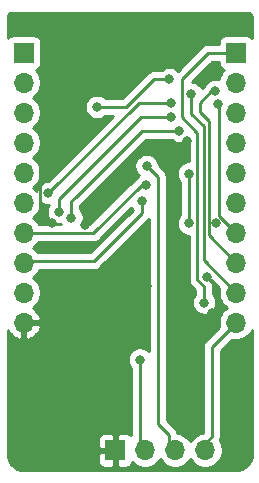
<source format=gbr>
%TF.GenerationSoftware,KiCad,Pcbnew,(5.1.10)-1*%
%TF.CreationDate,2021-10-19T17:14:30+03:00*%
%TF.ProjectId,msp,6d73702e-6b69-4636-9164-5f7063625858,rev?*%
%TF.SameCoordinates,Original*%
%TF.FileFunction,Copper,L2,Bot*%
%TF.FilePolarity,Positive*%
%FSLAX46Y46*%
G04 Gerber Fmt 4.6, Leading zero omitted, Abs format (unit mm)*
G04 Created by KiCad (PCBNEW (5.1.10)-1) date 2021-10-19 17:14:30*
%MOMM*%
%LPD*%
G01*
G04 APERTURE LIST*
%TA.AperFunction,ComponentPad*%
%ADD10R,1.700000X1.700000*%
%TD*%
%TA.AperFunction,ComponentPad*%
%ADD11O,1.700000X1.700000*%
%TD*%
%TA.AperFunction,ViaPad*%
%ADD12C,0.800000*%
%TD*%
%TA.AperFunction,Conductor*%
%ADD13C,0.250000*%
%TD*%
%TA.AperFunction,Conductor*%
%ADD14C,0.254000*%
%TD*%
%TA.AperFunction,Conductor*%
%ADD15C,0.100000*%
%TD*%
G04 APERTURE END LIST*
D10*
%TO.P,J1,1*%
%TO.N,GND*%
X94759780Y-115671600D03*
D11*
%TO.P,J1,2*%
%TO.N,+3V3*%
X97299780Y-115671600D03*
%TO.P,J1,3*%
%TO.N,/TEST*%
X99839780Y-115671600D03*
%TO.P,J1,4*%
%TO.N,/RST*%
X102379780Y-115671600D03*
%TD*%
D10*
%TO.P,J2,1*%
%TO.N,+5V*%
X105000000Y-82000000D03*
D11*
%TO.P,J2,2*%
%TO.N,/X2*%
X105000000Y-84540000D03*
%TO.P,J2,3*%
%TO.N,/X1*%
X105000000Y-87080000D03*
%TO.P,J2,4*%
%TO.N,Net-(J2-Pad4)*%
X105000000Y-89620000D03*
%TO.P,J2,5*%
%TO.N,Net-(J2-Pad5)*%
X105000000Y-92160000D03*
%TO.P,J2,6*%
%TO.N,Net-(J2-Pad6)*%
X105000000Y-94700000D03*
%TO.P,J2,7*%
%TO.N,Net-(J2-Pad7)*%
X105000000Y-97240000D03*
%TO.P,J2,8*%
%TO.N,Net-(J2-Pad8)*%
X105000000Y-99780000D03*
%TO.P,J2,9*%
%TO.N,Net-(J2-Pad9)*%
X105000000Y-102320000D03*
%TO.P,J2,10*%
%TO.N,/RST*%
X105000000Y-104860000D03*
%TD*%
%TO.P,J3,10*%
%TO.N,GND*%
X87000000Y-104860000D03*
%TO.P,J3,9*%
%TO.N,+3V3*%
X87000000Y-102320000D03*
%TO.P,J3,8*%
%TO.N,Net-(J3-Pad8)*%
X87000000Y-99780000D03*
%TO.P,J3,7*%
%TO.N,Net-(J3-Pad7)*%
X87000000Y-97240000D03*
%TO.P,J3,6*%
%TO.N,Net-(J3-Pad6)*%
X87000000Y-94700000D03*
%TO.P,J3,5*%
%TO.N,Net-(J3-Pad5)*%
X87000000Y-92160000D03*
%TO.P,J3,4*%
%TO.N,Net-(J3-Pad4)*%
X87000000Y-89620000D03*
%TO.P,J3,3*%
%TO.N,Net-(J3-Pad3)*%
X87000000Y-87080000D03*
%TO.P,J3,2*%
%TO.N,Net-(J3-Pad2)*%
X87000000Y-84540000D03*
D10*
%TO.P,J3,1*%
%TO.N,Net-(J3-Pad1)*%
X87000000Y-82000000D03*
%TD*%
D12*
%TO.N,GND*%
X96253300Y-84081620D03*
X103337360Y-96464120D03*
X89387680Y-96413320D03*
X92212160Y-96558100D03*
X89631520Y-98524060D03*
X96555560Y-98590100D03*
X90957400Y-103365300D03*
X97419160Y-101785420D03*
X100888800Y-112712500D03*
X92768420Y-112834420D03*
X95681800Y-110708440D03*
X95763080Y-105247440D03*
X102989380Y-104048560D03*
X89601040Y-80000000D03*
X102500000Y-80000000D03*
X100873560Y-89501980D03*
X102979220Y-83197700D03*
X93124020Y-88432640D03*
X96685100Y-90667840D03*
X93070680Y-84170520D03*
X88816180Y-85951060D03*
X89367360Y-90490040D03*
X102555040Y-100987860D03*
X105587800Y-108310680D03*
X95288100Y-102237540D03*
X89176860Y-111638080D03*
%TO.N,+3V3*%
X96845920Y-108000000D03*
%TO.N,+5V*%
X102298500Y-103172260D03*
%TO.N,/TEST*%
X97424240Y-91584780D03*
%TO.N,/RST*%
X101005640Y-92247720D03*
X101005640Y-96459040D03*
%TO.N,/X2*%
X99354640Y-84244180D03*
X93233240Y-86586060D03*
%TO.N,Net-(J2-Pad7)*%
X103431340Y-86321900D03*
X91056460Y-95986600D03*
X100205540Y-88618060D03*
%TO.N,Net-(J2-Pad8)*%
X103250000Y-85250000D03*
X89999820Y-95481140D03*
X99451160Y-87431880D03*
%TO.N,Net-(J2-Pad9)*%
X101203760Y-85509100D03*
X89098120Y-93898720D03*
X99461320Y-86245700D03*
%TO.N,Net-(J3-Pad8)*%
X96994980Y-94599760D03*
%TO.N,Net-(J3-Pad7)*%
X97401380Y-93207840D03*
%TD*%
D13*
%TO.N,GND*%
X88455500Y-95481140D02*
X89387680Y-96413320D01*
X88373119Y-95398759D02*
X88455500Y-95481140D01*
X88373119Y-91484281D02*
X88373119Y-95398759D01*
X89367360Y-90490040D02*
X88373119Y-91484281D01*
X103389379Y-103648561D02*
X102989380Y-104048560D01*
X103389379Y-101822199D02*
X103389379Y-103648561D01*
X102555040Y-100987860D02*
X103389379Y-101822199D01*
%TO.N,+3V3*%
X96845920Y-112728540D02*
X96845920Y-112230700D01*
X96845920Y-112230700D02*
X96845920Y-108000000D01*
X96845920Y-115217740D02*
X97299780Y-115671600D01*
X96845920Y-112728540D02*
X96845920Y-115217740D01*
%TO.N,+5V*%
X102223570Y-82475070D02*
X102223570Y-82434430D01*
X102223570Y-82434430D02*
X102658000Y-82000000D01*
X100434140Y-87480140D02*
X100434140Y-84264500D01*
X102658000Y-82000000D02*
X105000000Y-82000000D01*
X101730641Y-88776641D02*
X100434140Y-87480140D01*
X100434140Y-84264500D02*
X102223570Y-82475070D01*
X102298500Y-103172260D02*
X102298500Y-101767640D01*
X101730641Y-101236463D02*
X101730641Y-101217899D01*
X102261818Y-101767640D02*
X101730641Y-101236463D01*
X102298500Y-101767640D02*
X102261818Y-101767640D01*
X101730641Y-101217899D02*
X101730641Y-88776641D01*
%TO.N,/TEST*%
X98348800Y-92509340D02*
X97424240Y-91584780D01*
X98348800Y-112824260D02*
X98348800Y-113412410D01*
X98348800Y-112824260D02*
X98348800Y-92509340D01*
X99285355Y-115117175D02*
X99839780Y-115671600D01*
X99285355Y-114348965D02*
X99285355Y-115117175D01*
X98348800Y-113412410D02*
X99285355Y-114348965D01*
%TO.N,/RST*%
X101005640Y-92247720D02*
X101005640Y-96459040D01*
X101005640Y-96459040D02*
X101005640Y-96459040D01*
X102924670Y-106935330D02*
X105000000Y-104860000D01*
X102379780Y-115054500D02*
X102924670Y-114509610D01*
X102379780Y-115671600D02*
X102379780Y-115054500D01*
X102924670Y-106935330D02*
X102924670Y-114509610D01*
%TO.N,/X2*%
X93233240Y-86586060D02*
X93233240Y-86586060D01*
X95689420Y-86586060D02*
X98031300Y-84244180D01*
X93233240Y-86586060D02*
X95689420Y-86586060D01*
X99354640Y-84244180D02*
X98031300Y-84244180D01*
%TO.N,Net-(J2-Pad7)*%
X105000000Y-97240000D02*
X103586280Y-95826280D01*
X103586280Y-95826280D02*
X103586280Y-88541860D01*
X103586280Y-88541860D02*
X103586280Y-87711280D01*
X103586280Y-87711280D02*
X103586280Y-87322660D01*
X100205540Y-88618060D02*
X97038160Y-88618060D01*
X91056460Y-94599760D02*
X91470480Y-94185740D01*
X91056460Y-95986600D02*
X91056460Y-94599760D01*
X97038160Y-88618060D02*
X91470480Y-94185740D01*
X103586280Y-86476840D02*
X103431340Y-86321900D01*
X103586280Y-87322660D02*
X103586280Y-86476840D01*
%TO.N,Net-(J2-Pad8)*%
X101917500Y-87007700D02*
X101917500Y-86293960D01*
X102694311Y-87784511D02*
X101917500Y-87007700D01*
X102694311Y-97474311D02*
X102694311Y-87784511D01*
X105000000Y-99780000D02*
X102694311Y-97474311D01*
X99451160Y-87431880D02*
X96984820Y-87431880D01*
X89999820Y-94416880D02*
X90411300Y-94005400D01*
X89999820Y-95481140D02*
X89999820Y-94416880D01*
X96984820Y-87431880D02*
X90411300Y-94005400D01*
X103250000Y-85250000D02*
X102900500Y-85250000D01*
X101917500Y-86233000D02*
X101917500Y-86293960D01*
X102900500Y-85250000D02*
X101917500Y-86233000D01*
%TO.N,Net-(J2-Pad9)*%
X102244301Y-88223501D02*
X101201220Y-87180420D01*
X102244301Y-99564301D02*
X102244301Y-88223501D01*
X105000000Y-102320000D02*
X102244301Y-99564301D01*
X96751140Y-86245700D02*
X89098120Y-93898720D01*
X99461320Y-86245700D02*
X96751140Y-86245700D01*
X101201220Y-87180420D02*
X101201220Y-85592920D01*
%TO.N,Net-(J3-Pad8)*%
X96994980Y-94599760D02*
X96994980Y-95603060D01*
X92928440Y-99669600D02*
X87000000Y-99669600D01*
X96994980Y-95603060D02*
X92928440Y-99669600D01*
%TO.N,Net-(J3-Pad7)*%
X97401380Y-93207840D02*
X96992440Y-93207840D01*
X96992440Y-93207840D02*
X92897960Y-97302320D01*
X87172720Y-97302320D02*
X87000000Y-97129600D01*
X92897960Y-97302320D02*
X87172720Y-97302320D01*
%TD*%
D14*
%TO.N,GND*%
X97588800Y-107279169D02*
X97505694Y-107196063D01*
X97336176Y-107082795D01*
X97147818Y-107004774D01*
X96947859Y-106965000D01*
X96743981Y-106965000D01*
X96544022Y-107004774D01*
X96355664Y-107082795D01*
X96186146Y-107196063D01*
X96041983Y-107340226D01*
X95928715Y-107509744D01*
X95850694Y-107698102D01*
X95810920Y-107898061D01*
X95810920Y-108101939D01*
X95850694Y-108301898D01*
X95928715Y-108490256D01*
X96041983Y-108659774D01*
X96085921Y-108703712D01*
X96085920Y-112193367D01*
X96085920Y-112691208D01*
X96085921Y-114400824D01*
X96060965Y-114370415D01*
X95964274Y-114291063D01*
X95853960Y-114232098D01*
X95734262Y-114195788D01*
X95609780Y-114183528D01*
X95045530Y-114186600D01*
X94886780Y-114345350D01*
X94886780Y-115544600D01*
X94906780Y-115544600D01*
X94906780Y-115798600D01*
X94886780Y-115798600D01*
X94886780Y-116997850D01*
X95045530Y-117156600D01*
X95609780Y-117159672D01*
X95734262Y-117147412D01*
X95853960Y-117111102D01*
X95964274Y-117052137D01*
X96060965Y-116972785D01*
X96140317Y-116876094D01*
X96199282Y-116765780D01*
X96221293Y-116693220D01*
X96353148Y-116825075D01*
X96596369Y-116987590D01*
X96866622Y-117099532D01*
X97153520Y-117156600D01*
X97446040Y-117156600D01*
X97732938Y-117099532D01*
X98003191Y-116987590D01*
X98246412Y-116825075D01*
X98453255Y-116618232D01*
X98569780Y-116443840D01*
X98686305Y-116618232D01*
X98893148Y-116825075D01*
X99136369Y-116987590D01*
X99406622Y-117099532D01*
X99693520Y-117156600D01*
X99986040Y-117156600D01*
X100272938Y-117099532D01*
X100543191Y-116987590D01*
X100786412Y-116825075D01*
X100993255Y-116618232D01*
X101109780Y-116443840D01*
X101226305Y-116618232D01*
X101433148Y-116825075D01*
X101676369Y-116987590D01*
X101946622Y-117099532D01*
X102233520Y-117156600D01*
X102526040Y-117156600D01*
X102812938Y-117099532D01*
X103083191Y-116987590D01*
X103326412Y-116825075D01*
X103533255Y-116618232D01*
X103695770Y-116375011D01*
X103807712Y-116104758D01*
X103864780Y-115817860D01*
X103864780Y-115525340D01*
X103807712Y-115238442D01*
X103695770Y-114968189D01*
X103609956Y-114839760D01*
X103630216Y-114801857D01*
X103673673Y-114658596D01*
X103684670Y-114546943D01*
X103684670Y-114546933D01*
X103688346Y-114509610D01*
X103684670Y-114472287D01*
X103684670Y-107250131D01*
X104633592Y-106301210D01*
X104853740Y-106345000D01*
X105146260Y-106345000D01*
X105433158Y-106287932D01*
X105703411Y-106175990D01*
X105946632Y-106013475D01*
X106153475Y-105806632D01*
X106315990Y-105563411D01*
X106340000Y-105505445D01*
X106340000Y-115967721D01*
X106311375Y-116259660D01*
X106235965Y-116509429D01*
X106113477Y-116739794D01*
X105948579Y-116941979D01*
X105747546Y-117108288D01*
X105518046Y-117232378D01*
X105268805Y-117309531D01*
X104978911Y-117340000D01*
X87032279Y-117340000D01*
X86740340Y-117311375D01*
X86490571Y-117235965D01*
X86260206Y-117113477D01*
X86058021Y-116948579D01*
X85891712Y-116747546D01*
X85769544Y-116521600D01*
X93271708Y-116521600D01*
X93283968Y-116646082D01*
X93320278Y-116765780D01*
X93379243Y-116876094D01*
X93458595Y-116972785D01*
X93555286Y-117052137D01*
X93665600Y-117111102D01*
X93785298Y-117147412D01*
X93909780Y-117159672D01*
X94474030Y-117156600D01*
X94632780Y-116997850D01*
X94632780Y-115798600D01*
X93433530Y-115798600D01*
X93274780Y-115957350D01*
X93271708Y-116521600D01*
X85769544Y-116521600D01*
X85767622Y-116518046D01*
X85690469Y-116268805D01*
X85660000Y-115978911D01*
X85660000Y-114821600D01*
X93271708Y-114821600D01*
X93274780Y-115385850D01*
X93433530Y-115544600D01*
X94632780Y-115544600D01*
X94632780Y-114345350D01*
X94474030Y-114186600D01*
X93909780Y-114183528D01*
X93785298Y-114195788D01*
X93665600Y-114232098D01*
X93555286Y-114291063D01*
X93458595Y-114370415D01*
X93379243Y-114467106D01*
X93320278Y-114577420D01*
X93283968Y-114697118D01*
X93271708Y-114821600D01*
X85660000Y-114821600D01*
X85660000Y-105483402D01*
X85728359Y-105626920D01*
X85902412Y-105860269D01*
X86118645Y-106055178D01*
X86368748Y-106204157D01*
X86643109Y-106301481D01*
X86873000Y-106180814D01*
X86873000Y-104987000D01*
X87127000Y-104987000D01*
X87127000Y-106180814D01*
X87356891Y-106301481D01*
X87631252Y-106204157D01*
X87881355Y-106055178D01*
X88097588Y-105860269D01*
X88271641Y-105626920D01*
X88396825Y-105364099D01*
X88441476Y-105216890D01*
X88320155Y-104987000D01*
X87127000Y-104987000D01*
X86873000Y-104987000D01*
X86853000Y-104987000D01*
X86853000Y-104733000D01*
X86873000Y-104733000D01*
X86873000Y-104713000D01*
X87127000Y-104713000D01*
X87127000Y-104733000D01*
X88320155Y-104733000D01*
X88441476Y-104503110D01*
X88396825Y-104355901D01*
X88271641Y-104093080D01*
X88097588Y-103859731D01*
X87881355Y-103664822D01*
X87764466Y-103595195D01*
X87946632Y-103473475D01*
X88153475Y-103266632D01*
X88315990Y-103023411D01*
X88427932Y-102753158D01*
X88485000Y-102466260D01*
X88485000Y-102173740D01*
X88427932Y-101886842D01*
X88315990Y-101616589D01*
X88153475Y-101373368D01*
X87946632Y-101166525D01*
X87772240Y-101050000D01*
X87946632Y-100933475D01*
X88153475Y-100726632D01*
X88315990Y-100483411D01*
X88338279Y-100429600D01*
X92891118Y-100429600D01*
X92928440Y-100433276D01*
X92965762Y-100429600D01*
X92965773Y-100429600D01*
X93077426Y-100418603D01*
X93220687Y-100375146D01*
X93352716Y-100304574D01*
X93468441Y-100209601D01*
X93492244Y-100180597D01*
X97505983Y-96166859D01*
X97534981Y-96143061D01*
X97581379Y-96086525D01*
X97588801Y-96077482D01*
X97588800Y-107279169D01*
%TA.AperFunction,Conductor*%
D15*
G36*
X97588800Y-107279169D02*
G01*
X97505694Y-107196063D01*
X97336176Y-107082795D01*
X97147818Y-107004774D01*
X96947859Y-106965000D01*
X96743981Y-106965000D01*
X96544022Y-107004774D01*
X96355664Y-107082795D01*
X96186146Y-107196063D01*
X96041983Y-107340226D01*
X95928715Y-107509744D01*
X95850694Y-107698102D01*
X95810920Y-107898061D01*
X95810920Y-108101939D01*
X95850694Y-108301898D01*
X95928715Y-108490256D01*
X96041983Y-108659774D01*
X96085921Y-108703712D01*
X96085920Y-112193367D01*
X96085920Y-112691208D01*
X96085921Y-114400824D01*
X96060965Y-114370415D01*
X95964274Y-114291063D01*
X95853960Y-114232098D01*
X95734262Y-114195788D01*
X95609780Y-114183528D01*
X95045530Y-114186600D01*
X94886780Y-114345350D01*
X94886780Y-115544600D01*
X94906780Y-115544600D01*
X94906780Y-115798600D01*
X94886780Y-115798600D01*
X94886780Y-116997850D01*
X95045530Y-117156600D01*
X95609780Y-117159672D01*
X95734262Y-117147412D01*
X95853960Y-117111102D01*
X95964274Y-117052137D01*
X96060965Y-116972785D01*
X96140317Y-116876094D01*
X96199282Y-116765780D01*
X96221293Y-116693220D01*
X96353148Y-116825075D01*
X96596369Y-116987590D01*
X96866622Y-117099532D01*
X97153520Y-117156600D01*
X97446040Y-117156600D01*
X97732938Y-117099532D01*
X98003191Y-116987590D01*
X98246412Y-116825075D01*
X98453255Y-116618232D01*
X98569780Y-116443840D01*
X98686305Y-116618232D01*
X98893148Y-116825075D01*
X99136369Y-116987590D01*
X99406622Y-117099532D01*
X99693520Y-117156600D01*
X99986040Y-117156600D01*
X100272938Y-117099532D01*
X100543191Y-116987590D01*
X100786412Y-116825075D01*
X100993255Y-116618232D01*
X101109780Y-116443840D01*
X101226305Y-116618232D01*
X101433148Y-116825075D01*
X101676369Y-116987590D01*
X101946622Y-117099532D01*
X102233520Y-117156600D01*
X102526040Y-117156600D01*
X102812938Y-117099532D01*
X103083191Y-116987590D01*
X103326412Y-116825075D01*
X103533255Y-116618232D01*
X103695770Y-116375011D01*
X103807712Y-116104758D01*
X103864780Y-115817860D01*
X103864780Y-115525340D01*
X103807712Y-115238442D01*
X103695770Y-114968189D01*
X103609956Y-114839760D01*
X103630216Y-114801857D01*
X103673673Y-114658596D01*
X103684670Y-114546943D01*
X103684670Y-114546933D01*
X103688346Y-114509610D01*
X103684670Y-114472287D01*
X103684670Y-107250131D01*
X104633592Y-106301210D01*
X104853740Y-106345000D01*
X105146260Y-106345000D01*
X105433158Y-106287932D01*
X105703411Y-106175990D01*
X105946632Y-106013475D01*
X106153475Y-105806632D01*
X106315990Y-105563411D01*
X106340000Y-105505445D01*
X106340000Y-115967721D01*
X106311375Y-116259660D01*
X106235965Y-116509429D01*
X106113477Y-116739794D01*
X105948579Y-116941979D01*
X105747546Y-117108288D01*
X105518046Y-117232378D01*
X105268805Y-117309531D01*
X104978911Y-117340000D01*
X87032279Y-117340000D01*
X86740340Y-117311375D01*
X86490571Y-117235965D01*
X86260206Y-117113477D01*
X86058021Y-116948579D01*
X85891712Y-116747546D01*
X85769544Y-116521600D01*
X93271708Y-116521600D01*
X93283968Y-116646082D01*
X93320278Y-116765780D01*
X93379243Y-116876094D01*
X93458595Y-116972785D01*
X93555286Y-117052137D01*
X93665600Y-117111102D01*
X93785298Y-117147412D01*
X93909780Y-117159672D01*
X94474030Y-117156600D01*
X94632780Y-116997850D01*
X94632780Y-115798600D01*
X93433530Y-115798600D01*
X93274780Y-115957350D01*
X93271708Y-116521600D01*
X85769544Y-116521600D01*
X85767622Y-116518046D01*
X85690469Y-116268805D01*
X85660000Y-115978911D01*
X85660000Y-114821600D01*
X93271708Y-114821600D01*
X93274780Y-115385850D01*
X93433530Y-115544600D01*
X94632780Y-115544600D01*
X94632780Y-114345350D01*
X94474030Y-114186600D01*
X93909780Y-114183528D01*
X93785298Y-114195788D01*
X93665600Y-114232098D01*
X93555286Y-114291063D01*
X93458595Y-114370415D01*
X93379243Y-114467106D01*
X93320278Y-114577420D01*
X93283968Y-114697118D01*
X93271708Y-114821600D01*
X85660000Y-114821600D01*
X85660000Y-105483402D01*
X85728359Y-105626920D01*
X85902412Y-105860269D01*
X86118645Y-106055178D01*
X86368748Y-106204157D01*
X86643109Y-106301481D01*
X86873000Y-106180814D01*
X86873000Y-104987000D01*
X87127000Y-104987000D01*
X87127000Y-106180814D01*
X87356891Y-106301481D01*
X87631252Y-106204157D01*
X87881355Y-106055178D01*
X88097588Y-105860269D01*
X88271641Y-105626920D01*
X88396825Y-105364099D01*
X88441476Y-105216890D01*
X88320155Y-104987000D01*
X87127000Y-104987000D01*
X86873000Y-104987000D01*
X86853000Y-104987000D01*
X86853000Y-104733000D01*
X86873000Y-104733000D01*
X86873000Y-104713000D01*
X87127000Y-104713000D01*
X87127000Y-104733000D01*
X88320155Y-104733000D01*
X88441476Y-104503110D01*
X88396825Y-104355901D01*
X88271641Y-104093080D01*
X88097588Y-103859731D01*
X87881355Y-103664822D01*
X87764466Y-103595195D01*
X87946632Y-103473475D01*
X88153475Y-103266632D01*
X88315990Y-103023411D01*
X88427932Y-102753158D01*
X88485000Y-102466260D01*
X88485000Y-102173740D01*
X88427932Y-101886842D01*
X88315990Y-101616589D01*
X88153475Y-101373368D01*
X87946632Y-101166525D01*
X87772240Y-101050000D01*
X87946632Y-100933475D01*
X88153475Y-100726632D01*
X88315990Y-100483411D01*
X88338279Y-100429600D01*
X92891118Y-100429600D01*
X92928440Y-100433276D01*
X92965762Y-100429600D01*
X92965773Y-100429600D01*
X93077426Y-100418603D01*
X93220687Y-100375146D01*
X93352716Y-100304574D01*
X93468441Y-100209601D01*
X93492244Y-100180597D01*
X97505983Y-96166859D01*
X97534981Y-96143061D01*
X97581379Y-96086525D01*
X97588801Y-96077482D01*
X97588800Y-107279169D01*
G37*
%TD.AperFunction*%
D14*
X100970642Y-91212720D02*
X100903701Y-91212720D01*
X100703742Y-91252494D01*
X100515384Y-91330515D01*
X100345866Y-91443783D01*
X100201703Y-91587946D01*
X100088435Y-91757464D01*
X100010414Y-91945822D01*
X99970640Y-92145781D01*
X99970640Y-92349659D01*
X100010414Y-92549618D01*
X100088435Y-92737976D01*
X100201703Y-92907494D01*
X100245640Y-92951431D01*
X100245641Y-95755328D01*
X100201703Y-95799266D01*
X100088435Y-95968784D01*
X100010414Y-96157142D01*
X99970640Y-96357101D01*
X99970640Y-96560979D01*
X100010414Y-96760938D01*
X100088435Y-96949296D01*
X100201703Y-97118814D01*
X100345866Y-97262977D01*
X100515384Y-97376245D01*
X100703742Y-97454266D01*
X100903701Y-97494040D01*
X100970641Y-97494040D01*
X100970641Y-101199141D01*
X100966965Y-101236463D01*
X100970641Y-101273785D01*
X100970641Y-101273795D01*
X100981638Y-101385448D01*
X101008922Y-101475393D01*
X101025095Y-101528709D01*
X101095667Y-101660739D01*
X101135512Y-101709289D01*
X101190640Y-101776464D01*
X101219643Y-101800266D01*
X101538501Y-102119124D01*
X101538501Y-102468548D01*
X101494563Y-102512486D01*
X101381295Y-102682004D01*
X101303274Y-102870362D01*
X101263500Y-103070321D01*
X101263500Y-103274199D01*
X101303274Y-103474158D01*
X101381295Y-103662516D01*
X101494563Y-103832034D01*
X101638726Y-103976197D01*
X101808244Y-104089465D01*
X101996602Y-104167486D01*
X102196561Y-104207260D01*
X102400439Y-104207260D01*
X102600398Y-104167486D01*
X102788756Y-104089465D01*
X102958274Y-103976197D01*
X103102437Y-103832034D01*
X103215705Y-103662516D01*
X103293726Y-103474158D01*
X103333500Y-103274199D01*
X103333500Y-103070321D01*
X103293726Y-102870362D01*
X103215705Y-102682004D01*
X103102437Y-102512486D01*
X103058500Y-102468549D01*
X103058500Y-101804973D01*
X103062177Y-101767640D01*
X103047503Y-101618654D01*
X103004046Y-101475393D01*
X102933474Y-101343364D01*
X102864420Y-101259221D01*
X103558790Y-101953592D01*
X103515000Y-102173740D01*
X103515000Y-102466260D01*
X103572068Y-102753158D01*
X103684010Y-103023411D01*
X103846525Y-103266632D01*
X104053368Y-103473475D01*
X104227760Y-103590000D01*
X104053368Y-103706525D01*
X103846525Y-103913368D01*
X103684010Y-104156589D01*
X103572068Y-104426842D01*
X103515000Y-104713740D01*
X103515000Y-105006260D01*
X103558790Y-105226408D01*
X102413673Y-106371526D01*
X102384669Y-106395329D01*
X102329541Y-106462504D01*
X102289696Y-106511054D01*
X102219125Y-106643083D01*
X102219124Y-106643084D01*
X102175667Y-106786345D01*
X102164670Y-106897998D01*
X102164670Y-106898008D01*
X102160994Y-106935330D01*
X102164670Y-106972652D01*
X102164671Y-114194807D01*
X102157821Y-114201658D01*
X101946622Y-114243668D01*
X101676369Y-114355610D01*
X101433148Y-114518125D01*
X101226305Y-114724968D01*
X101109780Y-114899360D01*
X100993255Y-114724968D01*
X100786412Y-114518125D01*
X100543191Y-114355610D01*
X100272938Y-114243668D01*
X100033142Y-114195969D01*
X99990901Y-114056718D01*
X99920329Y-113924689D01*
X99825356Y-113808964D01*
X99796359Y-113785167D01*
X99108800Y-113097609D01*
X99108800Y-92546662D01*
X99112476Y-92509339D01*
X99108800Y-92472016D01*
X99108800Y-92472007D01*
X99097803Y-92360354D01*
X99054346Y-92217093D01*
X98983774Y-92085064D01*
X98888801Y-91969339D01*
X98859803Y-91945541D01*
X98459240Y-91544978D01*
X98459240Y-91482841D01*
X98419466Y-91282882D01*
X98341445Y-91094524D01*
X98228177Y-90925006D01*
X98084014Y-90780843D01*
X97914496Y-90667575D01*
X97726138Y-90589554D01*
X97526179Y-90549780D01*
X97322301Y-90549780D01*
X97122342Y-90589554D01*
X96933984Y-90667575D01*
X96764466Y-90780843D01*
X96620303Y-90925006D01*
X96507035Y-91094524D01*
X96429014Y-91282882D01*
X96389240Y-91482841D01*
X96389240Y-91686719D01*
X96429014Y-91886678D01*
X96507035Y-92075036D01*
X96620303Y-92244554D01*
X96764413Y-92388664D01*
X96741606Y-92403903D01*
X96597443Y-92548066D01*
X96587933Y-92562299D01*
X96568163Y-92572866D01*
X96510999Y-92619780D01*
X96452439Y-92667839D01*
X96428641Y-92696837D01*
X92583159Y-96542320D01*
X91929923Y-96542320D01*
X91973665Y-96476856D01*
X92051686Y-96288498D01*
X92091460Y-96088539D01*
X92091460Y-95884661D01*
X92051686Y-95684702D01*
X91973665Y-95496344D01*
X91860397Y-95326826D01*
X91816460Y-95282889D01*
X91816460Y-94914561D01*
X92034279Y-94696742D01*
X97352962Y-89378060D01*
X99501829Y-89378060D01*
X99545766Y-89421997D01*
X99715284Y-89535265D01*
X99903642Y-89613286D01*
X100103601Y-89653060D01*
X100307479Y-89653060D01*
X100507438Y-89613286D01*
X100695796Y-89535265D01*
X100865314Y-89421997D01*
X100970642Y-89316669D01*
X100970642Y-91212720D01*
%TA.AperFunction,Conductor*%
D15*
G36*
X100970642Y-91212720D02*
G01*
X100903701Y-91212720D01*
X100703742Y-91252494D01*
X100515384Y-91330515D01*
X100345866Y-91443783D01*
X100201703Y-91587946D01*
X100088435Y-91757464D01*
X100010414Y-91945822D01*
X99970640Y-92145781D01*
X99970640Y-92349659D01*
X100010414Y-92549618D01*
X100088435Y-92737976D01*
X100201703Y-92907494D01*
X100245640Y-92951431D01*
X100245641Y-95755328D01*
X100201703Y-95799266D01*
X100088435Y-95968784D01*
X100010414Y-96157142D01*
X99970640Y-96357101D01*
X99970640Y-96560979D01*
X100010414Y-96760938D01*
X100088435Y-96949296D01*
X100201703Y-97118814D01*
X100345866Y-97262977D01*
X100515384Y-97376245D01*
X100703742Y-97454266D01*
X100903701Y-97494040D01*
X100970641Y-97494040D01*
X100970641Y-101199141D01*
X100966965Y-101236463D01*
X100970641Y-101273785D01*
X100970641Y-101273795D01*
X100981638Y-101385448D01*
X101008922Y-101475393D01*
X101025095Y-101528709D01*
X101095667Y-101660739D01*
X101135512Y-101709289D01*
X101190640Y-101776464D01*
X101219643Y-101800266D01*
X101538501Y-102119124D01*
X101538501Y-102468548D01*
X101494563Y-102512486D01*
X101381295Y-102682004D01*
X101303274Y-102870362D01*
X101263500Y-103070321D01*
X101263500Y-103274199D01*
X101303274Y-103474158D01*
X101381295Y-103662516D01*
X101494563Y-103832034D01*
X101638726Y-103976197D01*
X101808244Y-104089465D01*
X101996602Y-104167486D01*
X102196561Y-104207260D01*
X102400439Y-104207260D01*
X102600398Y-104167486D01*
X102788756Y-104089465D01*
X102958274Y-103976197D01*
X103102437Y-103832034D01*
X103215705Y-103662516D01*
X103293726Y-103474158D01*
X103333500Y-103274199D01*
X103333500Y-103070321D01*
X103293726Y-102870362D01*
X103215705Y-102682004D01*
X103102437Y-102512486D01*
X103058500Y-102468549D01*
X103058500Y-101804973D01*
X103062177Y-101767640D01*
X103047503Y-101618654D01*
X103004046Y-101475393D01*
X102933474Y-101343364D01*
X102864420Y-101259221D01*
X103558790Y-101953592D01*
X103515000Y-102173740D01*
X103515000Y-102466260D01*
X103572068Y-102753158D01*
X103684010Y-103023411D01*
X103846525Y-103266632D01*
X104053368Y-103473475D01*
X104227760Y-103590000D01*
X104053368Y-103706525D01*
X103846525Y-103913368D01*
X103684010Y-104156589D01*
X103572068Y-104426842D01*
X103515000Y-104713740D01*
X103515000Y-105006260D01*
X103558790Y-105226408D01*
X102413673Y-106371526D01*
X102384669Y-106395329D01*
X102329541Y-106462504D01*
X102289696Y-106511054D01*
X102219125Y-106643083D01*
X102219124Y-106643084D01*
X102175667Y-106786345D01*
X102164670Y-106897998D01*
X102164670Y-106898008D01*
X102160994Y-106935330D01*
X102164670Y-106972652D01*
X102164671Y-114194807D01*
X102157821Y-114201658D01*
X101946622Y-114243668D01*
X101676369Y-114355610D01*
X101433148Y-114518125D01*
X101226305Y-114724968D01*
X101109780Y-114899360D01*
X100993255Y-114724968D01*
X100786412Y-114518125D01*
X100543191Y-114355610D01*
X100272938Y-114243668D01*
X100033142Y-114195969D01*
X99990901Y-114056718D01*
X99920329Y-113924689D01*
X99825356Y-113808964D01*
X99796359Y-113785167D01*
X99108800Y-113097609D01*
X99108800Y-92546662D01*
X99112476Y-92509339D01*
X99108800Y-92472016D01*
X99108800Y-92472007D01*
X99097803Y-92360354D01*
X99054346Y-92217093D01*
X98983774Y-92085064D01*
X98888801Y-91969339D01*
X98859803Y-91945541D01*
X98459240Y-91544978D01*
X98459240Y-91482841D01*
X98419466Y-91282882D01*
X98341445Y-91094524D01*
X98228177Y-90925006D01*
X98084014Y-90780843D01*
X97914496Y-90667575D01*
X97726138Y-90589554D01*
X97526179Y-90549780D01*
X97322301Y-90549780D01*
X97122342Y-90589554D01*
X96933984Y-90667575D01*
X96764466Y-90780843D01*
X96620303Y-90925006D01*
X96507035Y-91094524D01*
X96429014Y-91282882D01*
X96389240Y-91482841D01*
X96389240Y-91686719D01*
X96429014Y-91886678D01*
X96507035Y-92075036D01*
X96620303Y-92244554D01*
X96764413Y-92388664D01*
X96741606Y-92403903D01*
X96597443Y-92548066D01*
X96587933Y-92562299D01*
X96568163Y-92572866D01*
X96510999Y-92619780D01*
X96452439Y-92667839D01*
X96428641Y-92696837D01*
X92583159Y-96542320D01*
X91929923Y-96542320D01*
X91973665Y-96476856D01*
X92051686Y-96288498D01*
X92091460Y-96088539D01*
X92091460Y-95884661D01*
X92051686Y-95684702D01*
X91973665Y-95496344D01*
X91860397Y-95326826D01*
X91816460Y-95282889D01*
X91816460Y-94914561D01*
X92034279Y-94696742D01*
X97352962Y-89378060D01*
X99501829Y-89378060D01*
X99545766Y-89421997D01*
X99715284Y-89535265D01*
X99903642Y-89613286D01*
X100103601Y-89653060D01*
X100307479Y-89653060D01*
X100507438Y-89613286D01*
X100695796Y-89535265D01*
X100865314Y-89421997D01*
X100970642Y-89316669D01*
X100970642Y-91212720D01*
G37*
%TD.AperFunction*%
D14*
X102806919Y-101201720D02*
X102722776Y-101132666D01*
X102677382Y-101108402D01*
X102490641Y-100921662D01*
X102490641Y-100885442D01*
X102806919Y-101201720D01*
%TA.AperFunction,Conductor*%
D15*
G36*
X102806919Y-101201720D02*
G01*
X102722776Y-101132666D01*
X102677382Y-101108402D01*
X102490641Y-100921662D01*
X102490641Y-100885442D01*
X102806919Y-101201720D01*
G37*
%TD.AperFunction*%
D14*
X96191043Y-95259534D02*
X96227374Y-95295865D01*
X92613639Y-98909600D01*
X88204412Y-98909600D01*
X88153475Y-98833368D01*
X87946632Y-98626525D01*
X87772240Y-98510000D01*
X87946632Y-98393475D01*
X88153475Y-98186632D01*
X88236538Y-98062320D01*
X92860638Y-98062320D01*
X92897960Y-98065996D01*
X92935282Y-98062320D01*
X92935293Y-98062320D01*
X93046946Y-98051323D01*
X93190207Y-98007866D01*
X93322236Y-97937294D01*
X93437961Y-97842321D01*
X93461764Y-97813317D01*
X96120750Y-95154332D01*
X96191043Y-95259534D01*
%TA.AperFunction,Conductor*%
D15*
G36*
X96191043Y-95259534D02*
G01*
X96227374Y-95295865D01*
X92613639Y-98909600D01*
X88204412Y-98909600D01*
X88153475Y-98833368D01*
X87946632Y-98626525D01*
X87772240Y-98510000D01*
X87946632Y-98393475D01*
X88153475Y-98186632D01*
X88236538Y-98062320D01*
X92860638Y-98062320D01*
X92897960Y-98065996D01*
X92935282Y-98062320D01*
X92935293Y-98062320D01*
X93046946Y-98051323D01*
X93190207Y-98007866D01*
X93322236Y-97937294D01*
X93437961Y-97842321D01*
X93461764Y-97813317D01*
X96120750Y-95154332D01*
X96191043Y-95259534D01*
G37*
%TD.AperFunction*%
D14*
X88607864Y-94815925D02*
X88796222Y-94893946D01*
X88996181Y-94933720D01*
X89120811Y-94933720D01*
X89082615Y-94990884D01*
X89004594Y-95179242D01*
X88964820Y-95379201D01*
X88964820Y-95583079D01*
X89004594Y-95783038D01*
X89082615Y-95971396D01*
X89195883Y-96140914D01*
X89340046Y-96285077D01*
X89509564Y-96398345D01*
X89697922Y-96476366D01*
X89897881Y-96516140D01*
X90101759Y-96516140D01*
X90158025Y-96504948D01*
X90182997Y-96542320D01*
X88318364Y-96542320D01*
X88315990Y-96536589D01*
X88153475Y-96293368D01*
X87946632Y-96086525D01*
X87772240Y-95970000D01*
X87946632Y-95853475D01*
X88153475Y-95646632D01*
X88315990Y-95403411D01*
X88427932Y-95133158D01*
X88485000Y-94846260D01*
X88485000Y-94733830D01*
X88607864Y-94815925D01*
%TA.AperFunction,Conductor*%
D15*
G36*
X88607864Y-94815925D02*
G01*
X88796222Y-94893946D01*
X88996181Y-94933720D01*
X89120811Y-94933720D01*
X89082615Y-94990884D01*
X89004594Y-95179242D01*
X88964820Y-95379201D01*
X88964820Y-95583079D01*
X89004594Y-95783038D01*
X89082615Y-95971396D01*
X89195883Y-96140914D01*
X89340046Y-96285077D01*
X89509564Y-96398345D01*
X89697922Y-96476366D01*
X89897881Y-96516140D01*
X90101759Y-96516140D01*
X90158025Y-96504948D01*
X90182997Y-96542320D01*
X88318364Y-96542320D01*
X88315990Y-96536589D01*
X88153475Y-96293368D01*
X87946632Y-96086525D01*
X87772240Y-95970000D01*
X87946632Y-95853475D01*
X88153475Y-95646632D01*
X88315990Y-95403411D01*
X88427932Y-95133158D01*
X88485000Y-94846260D01*
X88485000Y-94733830D01*
X88607864Y-94815925D01*
G37*
%TD.AperFunction*%
D14*
X106065424Y-78669580D02*
X106128356Y-78688580D01*
X106186405Y-78719445D01*
X106237343Y-78760989D01*
X106279248Y-78811644D01*
X106310515Y-78869471D01*
X106329956Y-78932272D01*
X106340001Y-79027845D01*
X106340001Y-80746113D01*
X106301185Y-80698815D01*
X106204494Y-80619463D01*
X106094180Y-80560498D01*
X105974482Y-80524188D01*
X105850000Y-80511928D01*
X104150000Y-80511928D01*
X104025518Y-80524188D01*
X103905820Y-80560498D01*
X103795506Y-80619463D01*
X103698815Y-80698815D01*
X103619463Y-80795506D01*
X103560498Y-80905820D01*
X103524188Y-81025518D01*
X103511928Y-81150000D01*
X103511928Y-81240000D01*
X102695325Y-81240000D01*
X102658000Y-81236324D01*
X102620675Y-81240000D01*
X102620667Y-81240000D01*
X102509014Y-81250997D01*
X102365753Y-81294454D01*
X102233724Y-81365026D01*
X102117999Y-81459999D01*
X102094196Y-81489003D01*
X101712572Y-81870627D01*
X101683569Y-81894429D01*
X101588596Y-82010154D01*
X101559787Y-82064051D01*
X100099005Y-83524834D01*
X100014414Y-83440243D01*
X99844896Y-83326975D01*
X99656538Y-83248954D01*
X99456579Y-83209180D01*
X99252701Y-83209180D01*
X99052742Y-83248954D01*
X98864384Y-83326975D01*
X98694866Y-83440243D01*
X98650929Y-83484180D01*
X98068622Y-83484180D01*
X98031299Y-83480504D01*
X97993976Y-83484180D01*
X97993967Y-83484180D01*
X97882314Y-83495177D01*
X97739053Y-83538634D01*
X97607024Y-83609206D01*
X97607022Y-83609207D01*
X97607023Y-83609207D01*
X97520296Y-83680381D01*
X97520292Y-83680385D01*
X97491299Y-83704179D01*
X97467505Y-83733172D01*
X95374619Y-85826060D01*
X93936951Y-85826060D01*
X93893014Y-85782123D01*
X93723496Y-85668855D01*
X93535138Y-85590834D01*
X93335179Y-85551060D01*
X93131301Y-85551060D01*
X92931342Y-85590834D01*
X92742984Y-85668855D01*
X92573466Y-85782123D01*
X92429303Y-85926286D01*
X92316035Y-86095804D01*
X92238014Y-86284162D01*
X92198240Y-86484121D01*
X92198240Y-86687999D01*
X92238014Y-86887958D01*
X92316035Y-87076316D01*
X92429303Y-87245834D01*
X92573466Y-87389997D01*
X92742984Y-87503265D01*
X92931342Y-87581286D01*
X93131301Y-87621060D01*
X93335179Y-87621060D01*
X93535138Y-87581286D01*
X93723496Y-87503265D01*
X93893014Y-87389997D01*
X93936951Y-87346060D01*
X94575978Y-87346060D01*
X89058319Y-92863720D01*
X88996181Y-92863720D01*
X88796222Y-92903494D01*
X88607864Y-92981515D01*
X88438346Y-93094783D01*
X88294183Y-93238946D01*
X88180915Y-93408464D01*
X88102894Y-93596822D01*
X88085313Y-93685206D01*
X87946632Y-93546525D01*
X87772240Y-93430000D01*
X87946632Y-93313475D01*
X88153475Y-93106632D01*
X88315990Y-92863411D01*
X88427932Y-92593158D01*
X88485000Y-92306260D01*
X88485000Y-92013740D01*
X88427932Y-91726842D01*
X88315990Y-91456589D01*
X88153475Y-91213368D01*
X87946632Y-91006525D01*
X87772240Y-90890000D01*
X87946632Y-90773475D01*
X88153475Y-90566632D01*
X88315990Y-90323411D01*
X88427932Y-90053158D01*
X88485000Y-89766260D01*
X88485000Y-89473740D01*
X88427932Y-89186842D01*
X88315990Y-88916589D01*
X88153475Y-88673368D01*
X87946632Y-88466525D01*
X87772240Y-88350000D01*
X87946632Y-88233475D01*
X88153475Y-88026632D01*
X88315990Y-87783411D01*
X88427932Y-87513158D01*
X88485000Y-87226260D01*
X88485000Y-86933740D01*
X88427932Y-86646842D01*
X88315990Y-86376589D01*
X88153475Y-86133368D01*
X87946632Y-85926525D01*
X87772240Y-85810000D01*
X87946632Y-85693475D01*
X88153475Y-85486632D01*
X88315990Y-85243411D01*
X88427932Y-84973158D01*
X88485000Y-84686260D01*
X88485000Y-84393740D01*
X88427932Y-84106842D01*
X88315990Y-83836589D01*
X88153475Y-83593368D01*
X88021620Y-83461513D01*
X88094180Y-83439502D01*
X88204494Y-83380537D01*
X88301185Y-83301185D01*
X88380537Y-83204494D01*
X88439502Y-83094180D01*
X88475812Y-82974482D01*
X88488072Y-82850000D01*
X88488072Y-81150000D01*
X88475812Y-81025518D01*
X88439502Y-80905820D01*
X88380537Y-80795506D01*
X88301185Y-80698815D01*
X88204494Y-80619463D01*
X88094180Y-80560498D01*
X87974482Y-80524188D01*
X87850000Y-80511928D01*
X86150000Y-80511928D01*
X86025518Y-80524188D01*
X85905820Y-80560498D01*
X85795506Y-80619463D01*
X85698815Y-80698815D01*
X85660000Y-80746111D01*
X85660000Y-79032279D01*
X85669580Y-78934576D01*
X85688580Y-78871644D01*
X85719445Y-78813595D01*
X85760989Y-78762657D01*
X85811644Y-78720752D01*
X85869471Y-78689485D01*
X85932272Y-78670044D01*
X86027835Y-78660000D01*
X105967721Y-78660000D01*
X106065424Y-78669580D01*
%TA.AperFunction,Conductor*%
D15*
G36*
X106065424Y-78669580D02*
G01*
X106128356Y-78688580D01*
X106186405Y-78719445D01*
X106237343Y-78760989D01*
X106279248Y-78811644D01*
X106310515Y-78869471D01*
X106329956Y-78932272D01*
X106340001Y-79027845D01*
X106340001Y-80746113D01*
X106301185Y-80698815D01*
X106204494Y-80619463D01*
X106094180Y-80560498D01*
X105974482Y-80524188D01*
X105850000Y-80511928D01*
X104150000Y-80511928D01*
X104025518Y-80524188D01*
X103905820Y-80560498D01*
X103795506Y-80619463D01*
X103698815Y-80698815D01*
X103619463Y-80795506D01*
X103560498Y-80905820D01*
X103524188Y-81025518D01*
X103511928Y-81150000D01*
X103511928Y-81240000D01*
X102695325Y-81240000D01*
X102658000Y-81236324D01*
X102620675Y-81240000D01*
X102620667Y-81240000D01*
X102509014Y-81250997D01*
X102365753Y-81294454D01*
X102233724Y-81365026D01*
X102117999Y-81459999D01*
X102094196Y-81489003D01*
X101712572Y-81870627D01*
X101683569Y-81894429D01*
X101588596Y-82010154D01*
X101559787Y-82064051D01*
X100099005Y-83524834D01*
X100014414Y-83440243D01*
X99844896Y-83326975D01*
X99656538Y-83248954D01*
X99456579Y-83209180D01*
X99252701Y-83209180D01*
X99052742Y-83248954D01*
X98864384Y-83326975D01*
X98694866Y-83440243D01*
X98650929Y-83484180D01*
X98068622Y-83484180D01*
X98031299Y-83480504D01*
X97993976Y-83484180D01*
X97993967Y-83484180D01*
X97882314Y-83495177D01*
X97739053Y-83538634D01*
X97607024Y-83609206D01*
X97607022Y-83609207D01*
X97607023Y-83609207D01*
X97520296Y-83680381D01*
X97520292Y-83680385D01*
X97491299Y-83704179D01*
X97467505Y-83733172D01*
X95374619Y-85826060D01*
X93936951Y-85826060D01*
X93893014Y-85782123D01*
X93723496Y-85668855D01*
X93535138Y-85590834D01*
X93335179Y-85551060D01*
X93131301Y-85551060D01*
X92931342Y-85590834D01*
X92742984Y-85668855D01*
X92573466Y-85782123D01*
X92429303Y-85926286D01*
X92316035Y-86095804D01*
X92238014Y-86284162D01*
X92198240Y-86484121D01*
X92198240Y-86687999D01*
X92238014Y-86887958D01*
X92316035Y-87076316D01*
X92429303Y-87245834D01*
X92573466Y-87389997D01*
X92742984Y-87503265D01*
X92931342Y-87581286D01*
X93131301Y-87621060D01*
X93335179Y-87621060D01*
X93535138Y-87581286D01*
X93723496Y-87503265D01*
X93893014Y-87389997D01*
X93936951Y-87346060D01*
X94575978Y-87346060D01*
X89058319Y-92863720D01*
X88996181Y-92863720D01*
X88796222Y-92903494D01*
X88607864Y-92981515D01*
X88438346Y-93094783D01*
X88294183Y-93238946D01*
X88180915Y-93408464D01*
X88102894Y-93596822D01*
X88085313Y-93685206D01*
X87946632Y-93546525D01*
X87772240Y-93430000D01*
X87946632Y-93313475D01*
X88153475Y-93106632D01*
X88315990Y-92863411D01*
X88427932Y-92593158D01*
X88485000Y-92306260D01*
X88485000Y-92013740D01*
X88427932Y-91726842D01*
X88315990Y-91456589D01*
X88153475Y-91213368D01*
X87946632Y-91006525D01*
X87772240Y-90890000D01*
X87946632Y-90773475D01*
X88153475Y-90566632D01*
X88315990Y-90323411D01*
X88427932Y-90053158D01*
X88485000Y-89766260D01*
X88485000Y-89473740D01*
X88427932Y-89186842D01*
X88315990Y-88916589D01*
X88153475Y-88673368D01*
X87946632Y-88466525D01*
X87772240Y-88350000D01*
X87946632Y-88233475D01*
X88153475Y-88026632D01*
X88315990Y-87783411D01*
X88427932Y-87513158D01*
X88485000Y-87226260D01*
X88485000Y-86933740D01*
X88427932Y-86646842D01*
X88315990Y-86376589D01*
X88153475Y-86133368D01*
X87946632Y-85926525D01*
X87772240Y-85810000D01*
X87946632Y-85693475D01*
X88153475Y-85486632D01*
X88315990Y-85243411D01*
X88427932Y-84973158D01*
X88485000Y-84686260D01*
X88485000Y-84393740D01*
X88427932Y-84106842D01*
X88315990Y-83836589D01*
X88153475Y-83593368D01*
X88021620Y-83461513D01*
X88094180Y-83439502D01*
X88204494Y-83380537D01*
X88301185Y-83301185D01*
X88380537Y-83204494D01*
X88439502Y-83094180D01*
X88475812Y-82974482D01*
X88488072Y-82850000D01*
X88488072Y-81150000D01*
X88475812Y-81025518D01*
X88439502Y-80905820D01*
X88380537Y-80795506D01*
X88301185Y-80698815D01*
X88204494Y-80619463D01*
X88094180Y-80560498D01*
X87974482Y-80524188D01*
X87850000Y-80511928D01*
X86150000Y-80511928D01*
X86025518Y-80524188D01*
X85905820Y-80560498D01*
X85795506Y-80619463D01*
X85698815Y-80698815D01*
X85660000Y-80746111D01*
X85660000Y-79032279D01*
X85669580Y-78934576D01*
X85688580Y-78871644D01*
X85719445Y-78813595D01*
X85760989Y-78762657D01*
X85811644Y-78720752D01*
X85869471Y-78689485D01*
X85932272Y-78670044D01*
X86027835Y-78660000D01*
X105967721Y-78660000D01*
X106065424Y-78669580D01*
G37*
%TD.AperFunction*%
D14*
X103511928Y-82850000D02*
X103524188Y-82974482D01*
X103560498Y-83094180D01*
X103619463Y-83204494D01*
X103698815Y-83301185D01*
X103795506Y-83380537D01*
X103905820Y-83439502D01*
X103978380Y-83461513D01*
X103846525Y-83593368D01*
X103684010Y-83836589D01*
X103572068Y-84106842D01*
X103542995Y-84253003D01*
X103351939Y-84215000D01*
X103148061Y-84215000D01*
X102948102Y-84254774D01*
X102759744Y-84332795D01*
X102590226Y-84446063D01*
X102446063Y-84590226D01*
X102372753Y-84699942D01*
X102360499Y-84709999D01*
X102336701Y-84738997D01*
X102095286Y-84980412D01*
X102007697Y-84849326D01*
X101863534Y-84705163D01*
X101694016Y-84591895D01*
X101505658Y-84513874D01*
X101305699Y-84474100D01*
X101299341Y-84474100D01*
X102734574Y-83038868D01*
X102763571Y-83015071D01*
X102858544Y-82899346D01*
X102887354Y-82845447D01*
X102972801Y-82760000D01*
X103511928Y-82760000D01*
X103511928Y-82850000D01*
%TA.AperFunction,Conductor*%
D15*
G36*
X103511928Y-82850000D02*
G01*
X103524188Y-82974482D01*
X103560498Y-83094180D01*
X103619463Y-83204494D01*
X103698815Y-83301185D01*
X103795506Y-83380537D01*
X103905820Y-83439502D01*
X103978380Y-83461513D01*
X103846525Y-83593368D01*
X103684010Y-83836589D01*
X103572068Y-84106842D01*
X103542995Y-84253003D01*
X103351939Y-84215000D01*
X103148061Y-84215000D01*
X102948102Y-84254774D01*
X102759744Y-84332795D01*
X102590226Y-84446063D01*
X102446063Y-84590226D01*
X102372753Y-84699942D01*
X102360499Y-84709999D01*
X102336701Y-84738997D01*
X102095286Y-84980412D01*
X102007697Y-84849326D01*
X101863534Y-84705163D01*
X101694016Y-84591895D01*
X101505658Y-84513874D01*
X101305699Y-84474100D01*
X101299341Y-84474100D01*
X102734574Y-83038868D01*
X102763571Y-83015071D01*
X102858544Y-82899346D01*
X102887354Y-82845447D01*
X102972801Y-82760000D01*
X103511928Y-82760000D01*
X103511928Y-82850000D01*
G37*
%TD.AperFunction*%
%TD*%
M02*

</source>
